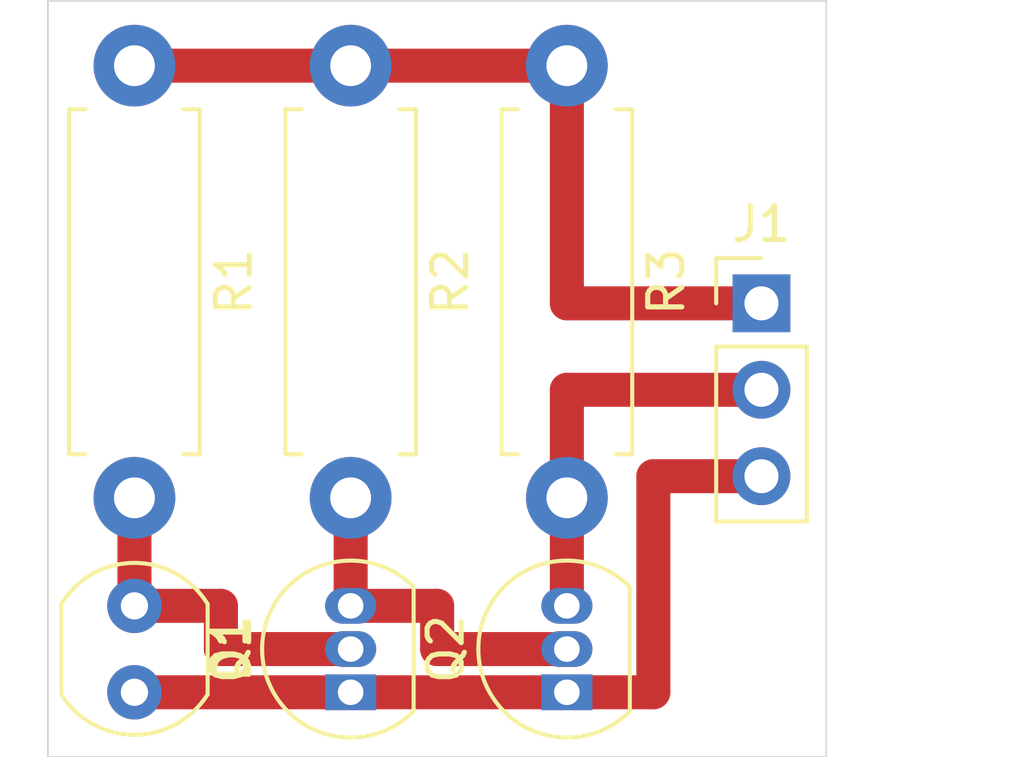
<source format=kicad_pcb>
(kicad_pcb (version 20171130) (host pcbnew "(5.1.6)-1")

  (general
    (thickness 1.6)
    (drawings 4)
    (tracks 19)
    (zones 0)
    (modules 7)
    (nets 6)
  )

  (page A4)
  (layers
    (0 F.Cu signal)
    (31 B.Cu signal)
    (32 B.Adhes user)
    (33 F.Adhes user)
    (34 B.Paste user)
    (35 F.Paste user)
    (36 B.SilkS user)
    (37 F.SilkS user)
    (38 B.Mask user)
    (39 F.Mask user)
    (40 Dwgs.User user)
    (41 Cmts.User user)
    (42 Eco1.User user)
    (43 Eco2.User user)
    (44 Edge.Cuts user)
    (45 Margin user)
    (46 B.CrtYd user)
    (47 F.CrtYd user)
    (48 B.Fab user)
    (49 F.Fab user)
  )

  (setup
    (last_trace_width 0.5)
    (user_trace_width 0.5)
    (user_trace_width 1)
    (trace_clearance 0.2)
    (zone_clearance 0.508)
    (zone_45_only no)
    (trace_min 0.2)
    (via_size 0.8)
    (via_drill 0.4)
    (via_min_size 0.4)
    (via_min_drill 0.3)
    (uvia_size 0.3)
    (uvia_drill 0.1)
    (uvias_allowed no)
    (uvia_min_size 0.2)
    (uvia_min_drill 0.1)
    (edge_width 0.05)
    (segment_width 0.2)
    (pcb_text_width 0.3)
    (pcb_text_size 1.5 1.5)
    (mod_edge_width 0.12)
    (mod_text_size 1 1)
    (mod_text_width 0.15)
    (pad_size 2.24 2.24)
    (pad_drill 1.2)
    (pad_to_mask_clearance 0.05)
    (aux_axis_origin 0 0)
    (visible_elements FFFFFF7F)
    (pcbplotparams
      (layerselection 0x010fc_ffffffff)
      (usegerberextensions false)
      (usegerberattributes true)
      (usegerberadvancedattributes true)
      (creategerberjobfile true)
      (excludeedgelayer true)
      (linewidth 0.100000)
      (plotframeref false)
      (viasonmask false)
      (mode 1)
      (useauxorigin false)
      (hpglpennumber 1)
      (hpglpenspeed 20)
      (hpglpendiameter 15.000000)
      (psnegative false)
      (psa4output false)
      (plotreference true)
      (plotvalue true)
      (plotinvisibletext false)
      (padsonsilk false)
      (subtractmaskfromsilk false)
      (outputformat 1)
      (mirror false)
      (drillshape 1)
      (scaleselection 1)
      (outputdirectory ""))
  )

  (net 0 "")
  (net 1 GND)
  (net 2 "Net-(D1-Pad1)")
  (net 3 "Net-(J1-Pad2)")
  (net 4 +3V3)
  (net 5 "Net-(Q1-Pad3)")

  (net_class Default "This is the default net class."
    (clearance 0.2)
    (trace_width 0.25)
    (via_dia 0.8)
    (via_drill 0.4)
    (uvia_dia 0.3)
    (uvia_drill 0.1)
    (add_net +3V3)
    (add_net GND)
    (add_net "Net-(D1-Pad1)")
    (add_net "Net-(J1-Pad2)")
    (add_net "Net-(Q1-Pad3)")
  )

  (module OptoDevice:R_LDR_4.9x4.2mm_P2.54mm_Vertical (layer F.Cu) (tedit 5B8603A6) (tstamp 5F346B9D)
    (at 123.19 82.55 270)
    (descr "Resistor, LDR 4.9x4.2mm")
    (tags "Resistor LDR4.9x4.2")
    (path /5F345D52)
    (fp_text reference D1 (at 1.27 -2.9 90) (layer F.SilkS)
      (effects (font (size 1 1) (thickness 0.15)))
    )
    (fp_text value D_Photo (at 1.17 3.1 90) (layer F.Fab)
      (effects (font (size 1 1) (thickness 0.15)))
    )
    (fp_arc (start 1.27 0) (end -0.03 2.1) (angle 115) (layer F.Fab) (width 0.1))
    (fp_arc (start 1.27 0) (end 2.57 -2.1) (angle 115) (layer F.Fab) (width 0.1))
    (fp_arc (start 1.25 0) (end 2.6 -2.15) (angle 115) (layer F.SilkS) (width 0.12))
    (fp_arc (start 1.25 0) (end -0.05 2.15) (angle 117) (layer F.SilkS) (width 0.12))
    (fp_text user %R (at 1.27 -2.9 90) (layer F.Fab)
      (effects (font (size 1 1) (thickness 0.15)))
    )
    (fp_line (start -0.05 2.15) (end 2.6 2.15) (layer F.SilkS) (width 0.12))
    (fp_line (start -0.05 -2.15) (end 2.6 -2.15) (layer F.SilkS) (width 0.12))
    (fp_line (start 0.87 -1.2) (end 2.17 -1.2) (layer F.Fab) (width 0.1))
    (fp_line (start 1.67 -0.6) (end 0.87 -0.6) (layer F.Fab) (width 0.1))
    (fp_line (start 0.87 0) (end 1.67 0) (layer F.Fab) (width 0.1))
    (fp_line (start 1.67 0.6) (end 0.87 0.6) (layer F.Fab) (width 0.1))
    (fp_line (start 0.37 1.2) (end 1.67 1.2) (layer F.Fab) (width 0.1))
    (fp_line (start 0.37 -1.8) (end 2.17 -1.8) (layer F.Fab) (width 0.1))
    (fp_line (start 2.17 -1.8) (end 2.17 -1.2) (layer F.Fab) (width 0.1))
    (fp_line (start 0.87 -1.2) (end 0.87 -0.6) (layer F.Fab) (width 0.1))
    (fp_line (start 1.67 -0.6) (end 1.67 0) (layer F.Fab) (width 0.1))
    (fp_line (start 0.87 0) (end 0.87 0.6) (layer F.Fab) (width 0.1))
    (fp_line (start 1.67 0.6) (end 1.67 1.2) (layer F.Fab) (width 0.1))
    (fp_line (start 0.37 1.2) (end 0.37 1.8) (layer F.Fab) (width 0.1))
    (fp_line (start 0.37 1.8) (end 2.17 1.8) (layer F.Fab) (width 0.1))
    (fp_line (start 2.57 2.1) (end -0.03 2.1) (layer F.Fab) (width 0.1))
    (fp_line (start -0.03 -2.1) (end 2.57 -2.1) (layer F.Fab) (width 0.1))
    (fp_line (start -1.45 -2.35) (end 3.99 -2.35) (layer F.CrtYd) (width 0.05))
    (fp_line (start -1.45 -2.35) (end -1.45 2.35) (layer F.CrtYd) (width 0.05))
    (fp_line (start 3.99 2.35) (end 3.99 -2.35) (layer F.CrtYd) (width 0.05))
    (fp_line (start 3.99 2.35) (end -1.45 2.35) (layer F.CrtYd) (width 0.05))
    (pad 2 thru_hole circle (at 2.54 0 270) (size 1.6 1.6) (drill 0.8) (layers *.Cu *.Mask)
      (net 1 GND))
    (pad 1 thru_hole circle (at 0 0 270) (size 1.6 1.6) (drill 0.8) (layers *.Cu *.Mask)
      (net 2 "Net-(D1-Pad1)"))
    (model ${KISYS3DMOD}/OptoDevice.3dshapes/R_LDR_4.9x4.2mm_P2.54mm_Vertical.wrl
      (at (xyz 0 0 0))
      (scale (xyz 1 1 1))
      (rotate (xyz 0 0 0))
    )
  )

  (module Resistor_THT:R_Axial_DIN0411_L9.9mm_D3.6mm_P12.70mm_Horizontal (layer F.Cu) (tedit 5AE5139B) (tstamp 5F346C1D)
    (at 135.89 66.675 270)
    (descr "Resistor, Axial_DIN0411 series, Axial, Horizontal, pin pitch=12.7mm, 1W, length*diameter=9.9*3.6mm^2")
    (tags "Resistor Axial_DIN0411 series Axial Horizontal pin pitch 12.7mm 1W length 9.9mm diameter 3.6mm")
    (path /5F3432B5)
    (fp_text reference R3 (at 6.35 -2.92 90) (layer F.SilkS)
      (effects (font (size 1 1) (thickness 0.15)))
    )
    (fp_text value 4700 (at 6.35 2.92 90) (layer F.Fab)
      (effects (font (size 1 1) (thickness 0.15)))
    )
    (fp_text user %R (at 6.35 0 90) (layer F.Fab)
      (effects (font (size 1 1) (thickness 0.15)))
    )
    (fp_line (start 1.4 -1.8) (end 1.4 1.8) (layer F.Fab) (width 0.1))
    (fp_line (start 1.4 1.8) (end 11.3 1.8) (layer F.Fab) (width 0.1))
    (fp_line (start 11.3 1.8) (end 11.3 -1.8) (layer F.Fab) (width 0.1))
    (fp_line (start 11.3 -1.8) (end 1.4 -1.8) (layer F.Fab) (width 0.1))
    (fp_line (start 0 0) (end 1.4 0) (layer F.Fab) (width 0.1))
    (fp_line (start 12.7 0) (end 11.3 0) (layer F.Fab) (width 0.1))
    (fp_line (start 1.28 -1.44) (end 1.28 -1.92) (layer F.SilkS) (width 0.12))
    (fp_line (start 1.28 -1.92) (end 11.42 -1.92) (layer F.SilkS) (width 0.12))
    (fp_line (start 11.42 -1.92) (end 11.42 -1.44) (layer F.SilkS) (width 0.12))
    (fp_line (start 1.28 1.44) (end 1.28 1.92) (layer F.SilkS) (width 0.12))
    (fp_line (start 1.28 1.92) (end 11.42 1.92) (layer F.SilkS) (width 0.12))
    (fp_line (start 11.42 1.92) (end 11.42 1.44) (layer F.SilkS) (width 0.12))
    (fp_line (start -1.45 -2.05) (end -1.45 2.05) (layer F.CrtYd) (width 0.05))
    (fp_line (start -1.45 2.05) (end 14.15 2.05) (layer F.CrtYd) (width 0.05))
    (fp_line (start 14.15 2.05) (end 14.15 -2.05) (layer F.CrtYd) (width 0.05))
    (fp_line (start 14.15 -2.05) (end -1.45 -2.05) (layer F.CrtYd) (width 0.05))
    (pad 2 thru_hole oval (at 12.7 0 270) (size 2.4 2.4) (drill 1.2) (layers *.Cu *.Mask)
      (net 3 "Net-(J1-Pad2)"))
    (pad 1 thru_hole circle (at 0 0 270) (size 2.4 2.4) (drill 1.2) (layers *.Cu *.Mask)
      (net 4 +3V3))
    (model ${KISYS3DMOD}/Resistor_THT.3dshapes/R_Axial_DIN0411_L9.9mm_D3.6mm_P12.70mm_Horizontal.wrl
      (at (xyz 0 0 0))
      (scale (xyz 1 1 1))
      (rotate (xyz 0 0 0))
    )
  )

  (module Resistor_THT:R_Axial_DIN0411_L9.9mm_D3.6mm_P12.70mm_Horizontal (layer F.Cu) (tedit 5AE5139B) (tstamp 5F346C06)
    (at 129.54 66.675 270)
    (descr "Resistor, Axial_DIN0411 series, Axial, Horizontal, pin pitch=12.7mm, 1W, length*diameter=9.9*3.6mm^2")
    (tags "Resistor Axial_DIN0411 series Axial Horizontal pin pitch 12.7mm 1W length 9.9mm diameter 3.6mm")
    (path /5F342A8F)
    (fp_text reference R2 (at 6.35 -2.92 90) (layer F.SilkS)
      (effects (font (size 1 1) (thickness 0.15)))
    )
    (fp_text value 4700 (at 6.35 2.92 90) (layer F.Fab)
      (effects (font (size 1 1) (thickness 0.15)))
    )
    (fp_text user %R (at 6.35 0 90) (layer F.Fab)
      (effects (font (size 1 1) (thickness 0.15)))
    )
    (fp_line (start 1.4 -1.8) (end 1.4 1.8) (layer F.Fab) (width 0.1))
    (fp_line (start 1.4 1.8) (end 11.3 1.8) (layer F.Fab) (width 0.1))
    (fp_line (start 11.3 1.8) (end 11.3 -1.8) (layer F.Fab) (width 0.1))
    (fp_line (start 11.3 -1.8) (end 1.4 -1.8) (layer F.Fab) (width 0.1))
    (fp_line (start 0 0) (end 1.4 0) (layer F.Fab) (width 0.1))
    (fp_line (start 12.7 0) (end 11.3 0) (layer F.Fab) (width 0.1))
    (fp_line (start 1.28 -1.44) (end 1.28 -1.92) (layer F.SilkS) (width 0.12))
    (fp_line (start 1.28 -1.92) (end 11.42 -1.92) (layer F.SilkS) (width 0.12))
    (fp_line (start 11.42 -1.92) (end 11.42 -1.44) (layer F.SilkS) (width 0.12))
    (fp_line (start 1.28 1.44) (end 1.28 1.92) (layer F.SilkS) (width 0.12))
    (fp_line (start 1.28 1.92) (end 11.42 1.92) (layer F.SilkS) (width 0.12))
    (fp_line (start 11.42 1.92) (end 11.42 1.44) (layer F.SilkS) (width 0.12))
    (fp_line (start -1.45 -2.05) (end -1.45 2.05) (layer F.CrtYd) (width 0.05))
    (fp_line (start -1.45 2.05) (end 14.15 2.05) (layer F.CrtYd) (width 0.05))
    (fp_line (start 14.15 2.05) (end 14.15 -2.05) (layer F.CrtYd) (width 0.05))
    (fp_line (start 14.15 -2.05) (end -1.45 -2.05) (layer F.CrtYd) (width 0.05))
    (pad 2 thru_hole oval (at 12.7 0 270) (size 2.4 2.4) (drill 1.2) (layers *.Cu *.Mask)
      (net 5 "Net-(Q1-Pad3)"))
    (pad 1 thru_hole circle (at 0 0 270) (size 2.4 2.4) (drill 1.2) (layers *.Cu *.Mask)
      (net 4 +3V3))
    (model ${KISYS3DMOD}/Resistor_THT.3dshapes/R_Axial_DIN0411_L9.9mm_D3.6mm_P12.70mm_Horizontal.wrl
      (at (xyz 0 0 0))
      (scale (xyz 1 1 1))
      (rotate (xyz 0 0 0))
    )
  )

  (module Resistor_THT:R_Axial_DIN0411_L9.9mm_D3.6mm_P12.70mm_Horizontal (layer F.Cu) (tedit 5AE5139B) (tstamp 5F346BEF)
    (at 123.19 66.675 270)
    (descr "Resistor, Axial_DIN0411 series, Axial, Horizontal, pin pitch=12.7mm, 1W, length*diameter=9.9*3.6mm^2")
    (tags "Resistor Axial_DIN0411 series Axial Horizontal pin pitch 12.7mm 1W length 9.9mm diameter 3.6mm")
    (path /5F343A28)
    (fp_text reference R1 (at 6.35 -2.92 90) (layer F.SilkS)
      (effects (font (size 1 1) (thickness 0.15)))
    )
    (fp_text value 680 (at 6.35 2.92 90) (layer F.Fab)
      (effects (font (size 1 1) (thickness 0.15)))
    )
    (fp_text user %R (at 6.35 0 90) (layer F.Fab)
      (effects (font (size 1 1) (thickness 0.15)))
    )
    (fp_line (start 1.4 -1.8) (end 1.4 1.8) (layer F.Fab) (width 0.1))
    (fp_line (start 1.4 1.8) (end 11.3 1.8) (layer F.Fab) (width 0.1))
    (fp_line (start 11.3 1.8) (end 11.3 -1.8) (layer F.Fab) (width 0.1))
    (fp_line (start 11.3 -1.8) (end 1.4 -1.8) (layer F.Fab) (width 0.1))
    (fp_line (start 0 0) (end 1.4 0) (layer F.Fab) (width 0.1))
    (fp_line (start 12.7 0) (end 11.3 0) (layer F.Fab) (width 0.1))
    (fp_line (start 1.28 -1.44) (end 1.28 -1.92) (layer F.SilkS) (width 0.12))
    (fp_line (start 1.28 -1.92) (end 11.42 -1.92) (layer F.SilkS) (width 0.12))
    (fp_line (start 11.42 -1.92) (end 11.42 -1.44) (layer F.SilkS) (width 0.12))
    (fp_line (start 1.28 1.44) (end 1.28 1.92) (layer F.SilkS) (width 0.12))
    (fp_line (start 1.28 1.92) (end 11.42 1.92) (layer F.SilkS) (width 0.12))
    (fp_line (start 11.42 1.92) (end 11.42 1.44) (layer F.SilkS) (width 0.12))
    (fp_line (start -1.45 -2.05) (end -1.45 2.05) (layer F.CrtYd) (width 0.05))
    (fp_line (start -1.45 2.05) (end 14.15 2.05) (layer F.CrtYd) (width 0.05))
    (fp_line (start 14.15 2.05) (end 14.15 -2.05) (layer F.CrtYd) (width 0.05))
    (fp_line (start 14.15 -2.05) (end -1.45 -2.05) (layer F.CrtYd) (width 0.05))
    (pad 2 thru_hole oval (at 12.7 0 270) (size 2.4 2.4) (drill 1.2) (layers *.Cu *.Mask)
      (net 2 "Net-(D1-Pad1)"))
    (pad 1 thru_hole circle (at 0 0 270) (size 2.4 2.4) (drill 1.2) (layers *.Cu *.Mask)
      (net 4 +3V3))
    (model ${KISYS3DMOD}/Resistor_THT.3dshapes/R_Axial_DIN0411_L9.9mm_D3.6mm_P12.70mm_Horizontal.wrl
      (at (xyz 0 0 0))
      (scale (xyz 1 1 1))
      (rotate (xyz 0 0 0))
    )
  )

  (module Package_TO_SOT_THT:TO-92_Inline (layer F.Cu) (tedit 5A1DD157) (tstamp 5F346BD8)
    (at 135.89 85.09 90)
    (descr "TO-92 leads in-line, narrow, oval pads, drill 0.75mm (see NXP sot054_po.pdf)")
    (tags "to-92 sc-43 sc-43a sot54 PA33 transistor")
    (path /5F340E59)
    (fp_text reference Q2 (at 1.27 -3.56 90) (layer F.SilkS)
      (effects (font (size 1 1) (thickness 0.15)))
    )
    (fp_text value 2N7000 (at 1.27 2.79 90) (layer F.Fab)
      (effects (font (size 1 1) (thickness 0.15)))
    )
    (fp_arc (start 1.27 0) (end 1.27 -2.6) (angle 135) (layer F.SilkS) (width 0.12))
    (fp_arc (start 1.27 0) (end 1.27 -2.48) (angle -135) (layer F.Fab) (width 0.1))
    (fp_arc (start 1.27 0) (end 1.27 -2.6) (angle -135) (layer F.SilkS) (width 0.12))
    (fp_arc (start 1.27 0) (end 1.27 -2.48) (angle 135) (layer F.Fab) (width 0.1))
    (fp_text user %R (at 1.27 -3.56 90) (layer F.Fab)
      (effects (font (size 1 1) (thickness 0.15)))
    )
    (fp_line (start -0.53 1.85) (end 3.07 1.85) (layer F.SilkS) (width 0.12))
    (fp_line (start -0.5 1.75) (end 3 1.75) (layer F.Fab) (width 0.1))
    (fp_line (start -1.46 -2.73) (end 4 -2.73) (layer F.CrtYd) (width 0.05))
    (fp_line (start -1.46 -2.73) (end -1.46 2.01) (layer F.CrtYd) (width 0.05))
    (fp_line (start 4 2.01) (end 4 -2.73) (layer F.CrtYd) (width 0.05))
    (fp_line (start 4 2.01) (end -1.46 2.01) (layer F.CrtYd) (width 0.05))
    (pad 1 thru_hole rect (at 0 0 90) (size 1.05 1.5) (drill 0.75) (layers *.Cu *.Mask)
      (net 1 GND))
    (pad 3 thru_hole oval (at 2.54 0 90) (size 1.05 1.5) (drill 0.75) (layers *.Cu *.Mask)
      (net 3 "Net-(J1-Pad2)"))
    (pad 2 thru_hole oval (at 1.27 0 90) (size 1.05 1.5) (drill 0.75) (layers *.Cu *.Mask)
      (net 5 "Net-(Q1-Pad3)"))
    (model ${KISYS3DMOD}/Package_TO_SOT_THT.3dshapes/TO-92_Inline.wrl
      (at (xyz 0 0 0))
      (scale (xyz 1 1 1))
      (rotate (xyz 0 0 0))
    )
  )

  (module Package_TO_SOT_THT:TO-92_Inline (layer F.Cu) (tedit 5A1DD157) (tstamp 5F346BC6)
    (at 129.54 85.09 90)
    (descr "TO-92 leads in-line, narrow, oval pads, drill 0.75mm (see NXP sot054_po.pdf)")
    (tags "to-92 sc-43 sc-43a sot54 PA33 transistor")
    (path /5F3415EF)
    (fp_text reference Q1 (at 1.27 -3.56 90) (layer F.SilkS)
      (effects (font (size 1 1) (thickness 0.15)))
    )
    (fp_text value 2N7000 (at 1.27 2.79 90) (layer F.Fab)
      (effects (font (size 1 1) (thickness 0.15)))
    )
    (fp_arc (start 1.27 0) (end 1.27 -2.6) (angle 135) (layer F.SilkS) (width 0.12))
    (fp_arc (start 1.27 0) (end 1.27 -2.48) (angle -135) (layer F.Fab) (width 0.1))
    (fp_arc (start 1.27 0) (end 1.27 -2.6) (angle -135) (layer F.SilkS) (width 0.12))
    (fp_arc (start 1.27 0) (end 1.27 -2.48) (angle 135) (layer F.Fab) (width 0.1))
    (fp_text user %R (at 1.27 -3.56 90) (layer F.Fab)
      (effects (font (size 1 1) (thickness 0.15)))
    )
    (fp_line (start -0.53 1.85) (end 3.07 1.85) (layer F.SilkS) (width 0.12))
    (fp_line (start -0.5 1.75) (end 3 1.75) (layer F.Fab) (width 0.1))
    (fp_line (start -1.46 -2.73) (end 4 -2.73) (layer F.CrtYd) (width 0.05))
    (fp_line (start -1.46 -2.73) (end -1.46 2.01) (layer F.CrtYd) (width 0.05))
    (fp_line (start 4 2.01) (end 4 -2.73) (layer F.CrtYd) (width 0.05))
    (fp_line (start 4 2.01) (end -1.46 2.01) (layer F.CrtYd) (width 0.05))
    (pad 1 thru_hole rect (at 0 0 90) (size 1.05 1.5) (drill 0.75) (layers *.Cu *.Mask)
      (net 1 GND))
    (pad 3 thru_hole oval (at 2.54 0 90) (size 1.05 1.5) (drill 0.75) (layers *.Cu *.Mask)
      (net 5 "Net-(Q1-Pad3)"))
    (pad 2 thru_hole oval (at 1.27 0 90) (size 1.05 1.5) (drill 0.75) (layers *.Cu *.Mask)
      (net 2 "Net-(D1-Pad1)"))
    (model ${KISYS3DMOD}/Package_TO_SOT_THT.3dshapes/TO-92_Inline.wrl
      (at (xyz 0 0 0))
      (scale (xyz 1 1 1))
      (rotate (xyz 0 0 0))
    )
  )

  (module Connector_PinHeader_2.54mm:PinHeader_1x03_P2.54mm_Vertical (layer F.Cu) (tedit 59FED5CC) (tstamp 5F346BB4)
    (at 141.605 73.66)
    (descr "Through hole straight pin header, 1x03, 2.54mm pitch, single row")
    (tags "Through hole pin header THT 1x03 2.54mm single row")
    (path /5F34CEDB)
    (fp_text reference J1 (at 0 -2.33) (layer F.SilkS)
      (effects (font (size 1 1) (thickness 0.15)))
    )
    (fp_text value Conn_01x03_Female (at 0 7.41) (layer F.Fab)
      (effects (font (size 1 1) (thickness 0.15)))
    )
    (fp_text user %R (at 0 2.54 90) (layer F.Fab)
      (effects (font (size 1 1) (thickness 0.15)))
    )
    (fp_line (start -0.635 -1.27) (end 1.27 -1.27) (layer F.Fab) (width 0.1))
    (fp_line (start 1.27 -1.27) (end 1.27 6.35) (layer F.Fab) (width 0.1))
    (fp_line (start 1.27 6.35) (end -1.27 6.35) (layer F.Fab) (width 0.1))
    (fp_line (start -1.27 6.35) (end -1.27 -0.635) (layer F.Fab) (width 0.1))
    (fp_line (start -1.27 -0.635) (end -0.635 -1.27) (layer F.Fab) (width 0.1))
    (fp_line (start -1.33 6.41) (end 1.33 6.41) (layer F.SilkS) (width 0.12))
    (fp_line (start -1.33 1.27) (end -1.33 6.41) (layer F.SilkS) (width 0.12))
    (fp_line (start 1.33 1.27) (end 1.33 6.41) (layer F.SilkS) (width 0.12))
    (fp_line (start -1.33 1.27) (end 1.33 1.27) (layer F.SilkS) (width 0.12))
    (fp_line (start -1.33 0) (end -1.33 -1.33) (layer F.SilkS) (width 0.12))
    (fp_line (start -1.33 -1.33) (end 0 -1.33) (layer F.SilkS) (width 0.12))
    (fp_line (start -1.8 -1.8) (end -1.8 6.85) (layer F.CrtYd) (width 0.05))
    (fp_line (start -1.8 6.85) (end 1.8 6.85) (layer F.CrtYd) (width 0.05))
    (fp_line (start 1.8 6.85) (end 1.8 -1.8) (layer F.CrtYd) (width 0.05))
    (fp_line (start 1.8 -1.8) (end -1.8 -1.8) (layer F.CrtYd) (width 0.05))
    (pad 3 thru_hole oval (at 0 5.08) (size 1.7 1.7) (drill 1) (layers *.Cu *.Mask)
      (net 1 GND))
    (pad 2 thru_hole oval (at 0 2.54) (size 1.7 1.7) (drill 1) (layers *.Cu *.Mask)
      (net 3 "Net-(J1-Pad2)"))
    (pad 1 thru_hole rect (at 0 0) (size 1.7 1.7) (drill 1) (layers *.Cu *.Mask)
      (net 4 +3V3))
    (model ${KISYS3DMOD}/Connector_PinHeader_2.54mm.3dshapes/PinHeader_1x03_P2.54mm_Vertical.wrl
      (at (xyz 0 0 0))
      (scale (xyz 1 1 1))
      (rotate (xyz 0 0 0))
    )
  )

  (gr_line (start 120.65 86.995) (end 120.65 64.77) (layer Edge.Cuts) (width 0.05) (tstamp 5F347598))
  (gr_line (start 143.51 86.995) (end 120.65 86.995) (layer Edge.Cuts) (width 0.05))
  (gr_line (start 143.51 64.77) (end 143.51 86.995) (layer Edge.Cuts) (width 0.05))
  (gr_line (start 120.65 64.77) (end 143.51 64.77) (layer Edge.Cuts) (width 0.05))

  (segment (start 135.89 85.09) (end 129.54 85.09) (width 1) (layer F.Cu) (net 1))
  (segment (start 141.605 78.74) (end 138.43 78.74) (width 1) (layer F.Cu) (net 1))
  (segment (start 138.43 78.74) (end 138.43 85.09) (width 1) (layer F.Cu) (net 1))
  (segment (start 138.43 85.09) (end 135.89 85.09) (width 1) (layer F.Cu) (net 1))
  (segment (start 129.54 85.09) (end 123.19 85.09) (width 1) (layer F.Cu) (net 1))
  (segment (start 123.19 79.375) (end 123.19 82.55) (width 1) (layer F.Cu) (net 2))
  (segment (start 123.19 82.55) (end 125.73 82.55) (width 1) (layer F.Cu) (net 2))
  (segment (start 125.73 82.55) (end 125.73 83.82) (width 1) (layer F.Cu) (net 2))
  (segment (start 125.73 83.82) (end 129.54 83.82) (width 1) (layer F.Cu) (net 2))
  (segment (start 135.89 79.375) (end 135.89 82.55) (width 1) (layer F.Cu) (net 3))
  (segment (start 135.89 79.375) (end 135.89 76.2) (width 1) (layer F.Cu) (net 3))
  (segment (start 135.89 76.2) (end 141.605 76.2) (width 1) (layer F.Cu) (net 3))
  (segment (start 141.605 73.66) (end 135.89 73.66) (width 1) (layer F.Cu) (net 4))
  (segment (start 135.89 73.66) (end 135.89 66.675) (width 1) (layer F.Cu) (net 4))
  (segment (start 135.89 66.675) (end 123.19 66.675) (width 1) (layer F.Cu) (net 4))
  (segment (start 135.89 83.82) (end 132.08 83.82) (width 1) (layer F.Cu) (net 5))
  (segment (start 132.08 83.82) (end 132.08 82.55) (width 1) (layer F.Cu) (net 5))
  (segment (start 132.08 82.55) (end 129.54 82.55) (width 1) (layer F.Cu) (net 5))
  (segment (start 129.54 79.375) (end 129.54 82.55) (width 1) (layer F.Cu) (net 5))

)

</source>
